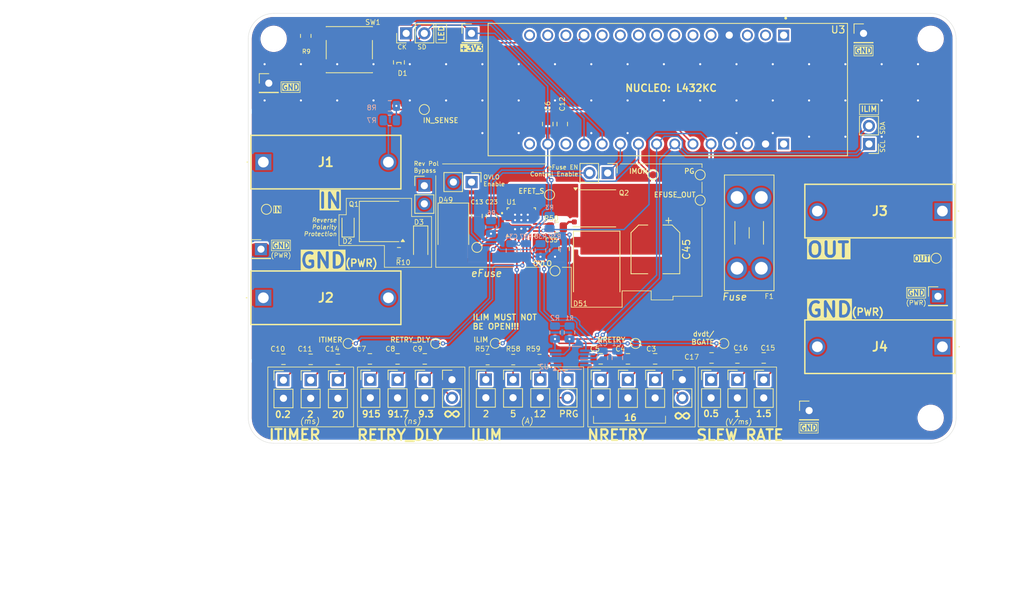
<source format=kicad_pcb>
(kicad_pcb (version 20240108) (generator "pcbnew") (generator_version "8.0")
  (layers (0 "F.Cu" signal) (31 "B.Cu" signal) (34 "B.Paste" user) (35 "F.Paste" user) (36 "B.SilkS" user "B.Silkscreen") (37 "F.SilkS" user "F.Silkscreen") (38 "B.Mask" user) (39 "F.Mask" user) (44 "Edge.Cuts" user))
  (net 0 "")
  (net 1 "GND")
  (net 2 "+3V3")
  (net 3 "Net-(JP4-A)")
  (net 4 "Net-(JP5-A)")
  (net 5 "Net-(JP6-A)")
  (net 6 "Net-(JP7-A)")
  (net 7 "Net-(JP8-A)")
  (net 8 "Net-(JP9-A)")
  (net 9 "Net-(JP11-A)")
  (net 10 "Net-(JP12-A)")
  (net 11 "/EFUSE_IN")
  (net 12 "Net-(JP13-A)")
  (net 13 "Net-(JP14-A)")
  (net 14 "Net-(JP15-A)")
  (net 15 "Net-(JP16-A)")
  (net 16 "/IMON")
  (net 17 "/EFUSE_OUT")
  (net 18 "GNDPWR")
  (net 21 "/LED_SD")
  (net 22 "/LED_CK")
  (net 23 "/IN")
  (net 24 "Net-(D3-A)")
  (net 25 "/OUT")
  (net 26 "/ILIM")
  (net 27 "/NRETRY")
  (net 28 "/RETRY_DLY")
  (net 29 "/ITIMER")
  (net 30 "/dVdt{slash}BGATE")
  (net 31 "Net-(JP19-A)")
  (net 32 "Net-(JP77-A)")
  (net 33 "Net-(JP79-A)")
  (net 34 "Net-(JP80-A)")
  (net 35 "Net-(JP81-A)")
  (net 36 "/EFET_S")
  (net 37 "Net-(Q2-G)")
  (net 38 "/ILIM_SDA")
  (net 39 "/ILIM_SCL")
  (net 40 "/PG")
  (net 41 "/IN_SENSE")
  (net 42 "/IND_BTN")
  (net 43 "/OVLO")
  (net 63 "/EN_PIN")
  (net 64 "Net-(JP1-A)")
  (footprint "Connector_PinHeader_2.54mm:PinHeader_1x02_P2.54mm_Vertical" (layer "F.Cu") (at 115.492 94.876)
    (property "Reference" "JP2" (hide yes))
    (property "Value" "Jumper_2_Small_Open")
  )
  (footprint "Connector_PinHeader_2.54mm:PinHeader_1x01_P2.54mm_Vertical" (layer "F.Cu") (at 176.96 73.54)
    (property "Reference" "TP5" (hide yes))
    (property "Value" "GND")
  )
  (footprint "Resistor_SMD:R_0805_2012Metric" (layer "F.Cu") (at 124.354 119.238)
    (property "Reference" "R57")
    (property "Value" "768")
  )
  (footprint "MountingHole:MountingHole_3.2mm_M3" (layer "F.Cu") (at 186.358 74.302)
    (property "Reference" "H2" (hide yes))
    (property "Value" "MountingHole")
  )
  (footprint "Connector_PinHeader_2.54mm:PinHeader_1x02_P2.54mm_Vertical" (layer "F.Cu") (at 127.91 122.032)
    (property "Reference" "JP80" (hide yes))
    (property "Value" "~5A")
  )
  (footprint "MountingHole:MountingHole_3.2mm_M3" (layer "F.Cu") (at 186.358 127.388)
    (property "Reference" "H3" (hide yes))
    (property "Value" "MountingHole")
  )
  (footprint "PowerDistributionUnitLib:TPS25983" (layer "F.Cu") (at 129.073 99.976)
    (property "Reference" "U1")
    (property "Value" "TPS25983" (hide yes))
  )
  (footprint "Capacitor_SMD:C_0805_2012Metric" (layer "F.Cu") (at 124.89 99.128 -90)
    (property "Reference" "C23")
    (property "Value" "0.01u")
  )
  (footprint "Capacitor_SMD:C_0805_2012Metric" (layer "F.Cu") (at 107.877 119.133 180)
    (property "Reference" "C7")
    (property "Value" "22n")
  )
  (footprint "Capacitor_SMD:C_0805_2012Metric" (layer "F.Cu") (at 103.397 119.187 180)
    (property "Reference" "C14")
    (property "Value" "47n")
  )
  (footprint "Capacitor_SMD:C_0805_2012Metric" (layer "F.Cu") (at 132.764 86.24 90)
    (property "Reference" "C6")
    (property "Value" "1u")
  )
  (footprint "Capacitor_SMD:C_0805_2012Metric" (layer "F.Cu") (at 115.558 119.133 180)
    (property "Reference" "C9" (hide yes))
    (property "Value" "220p")
  )
  (footprint "MountingHole:MountingHole_3.2mm_M3" (layer "F.Cu") (at 94.41 74.302)
    (property "Reference" "H1" (hide yes))
    (property "Value" "MountingHole")
  )
  (footprint "TestPoint:TestPoint_Pad_D1.0mm" (layer "F.Cu") (at 154.1 96.908)
    (property "Reference" "TP86" (hide yes))
    (property "Value" "EFUSE_OUT")
  )
  (footprint "TestPoint:TestPoint_Pad_D1.0mm" (layer "F.Cu") (at 133.78 106.814 180)
    (property "Reference" "TP80" (hide yes))
    (property "Value" "OVLO")
  )
  (footprint "Capacitor_SMD:C_0805_2012Metric" (layer "F.Cu") (at 95.777 119.187 180)
    (property "Reference" "C10")
    (property "Value" "0.47n")
  )
  (footprint "TestPoint:TestPoint_Pad_D1.0mm" (layer "F.Cu") (at 154.1 93.352)
    (property "Reference" "TP79" (hide yes))
    (property "Value" "PG")
  )
  (footprint "Connector_PinHeader_2.54mm:PinHeader_1x02_P2.54mm_Vertical" (layer "F.Cu") (at 143.984 122.059)
    (property "Reference" "JP5" (hide yes))
    (property "Value" "16 (91.7 ms)")
  )
  (footprint "Connector_PinHeader_2.54mm:PinHeader_1x02_P2.54mm_Vertical" (layer "F.Cu") (at 151.604 122.054)
    (property "Reference" "JP18" (hide yes))
    (property "Value" "Inf")
  )
  (footprint "Connector_PinHeader_2.54mm:PinHeader_1x01_P2.54mm_Vertical" (layer "F.Cu") (at 92.632 103.766)
    (property "Reference" "TP8" (hide yes))
    (property "Value" "GND")
  )
  (footprint "Connector_PinHeader_2.54mm:PinHeader_1x02_P2.54mm_Vertical" (layer "F.Cu") (at 124.1 122.032)
    (property "Reference" "JP79" (hide yes))
    (property "Value" "~2A")
  )
  (footprint "Resistor_SMD:R_0805_2012Metric" (layer "F.Cu") (at 127.9335 119.238)
    (property "Reference" "R58")
    (property "Value" "294")
  )
  (footprint "Connector_PinHeader_2.54mm:PinHeader_1x02_P2.54mm_Vertical" (layer "F.Cu") (at 112.952 73.54 90)
    (property "Reference" "TP10" (hide yes))
    (property "Value" "Conn_01x02")
  )
  (footprint "PowerDistributionUnitLib:973582100" (layer "F.Cu") (at 92.964 110.574)
    (property "Reference" "J2")
    (property "Value" "973582100" (hide yes))
  )
  (footprint "PowerDistributionUnitLib:MODULE_NUCLEO-L432KC" (layer "F.Cu") (at 149.569 81.414 -90)
    (property "Reference" "U3")
    (property "Value" "NUCLEO_L432KC")
  )
  (footprint "Resistor_SMD:R_0805_2012Metric" (layer "F.Cu") (at 131.6165 119.238)
    (property "Reference" "R59")
    (property "Value" "121")
  )
  (footprint "TestPoint:TestPoint_Pad_D1.0mm" (layer "F.Cu") (at 104.829 116.974)
    (property "Reference" "TP3" (hide yes))
    (property "Value" "ITIMER")
  )
  (footprint "NetTie:NetTie-2_SMD_Pad0.5mm" (layer "F.Cu") (at 121.588 105.29)
    (property "Reference" "NT2" (hide yes))
    (property "Value" "NetTie_2" (hide yes))
  )
  (footprint "Package_SO:PowerPAK_SO-8L_Single" (layer "F.Cu") (at 109.729 99.885 180)
    (property "Reference" "Q1")
    (property "Value" "SQJ141ELP")
  )
  (footprint "Resistor_SMD:R_0805_2012Metric" (layer "F.Cu") (at 111.936 104.274 180)
    (property "Reference" "R10")
    (property "Value" "100k")
  )
  (footprint "Connector_PinHeader_2.54mm:PinHeader_1x02_P2.54mm_Vertical" (layer "F.Cu") (at 95.777 122.113)
    (property "Reference" "JP11" (hide yes))
    (property "Value" "200 us")
  )
  (footprint "Capacitor_SMD:C_0805_2012Metric" (layer "F.Cu") (at 143.984 119.127 180)
    (property "Reference" "C4")
    (property "Value" "22n")
  )
  (footprint "Connector_PinHeader_2.54mm:PinHeader_1x02_P2.54mm_Vertical" (layer "F.Cu") (at 119.368 122.049)
    (property "Reference" "JP17" (hide yes))
    (property "Value" "Latching")
  )
  (footprint "PowerDistributionUnitLib:973582101" (layer "F.Cu") (at 187.996 98.432 180)
    (property "Reference" "J3")
    (property "Value" "973582101" (hide yes))
  )
  (footprint "TestPoint:TestPoint_Pad_D1.0mm" (layer "F.Cu") (at 145.061 116.974)
    (property "Reference" "TP2" (hide yes))
    (property "Value" "NRETRY")
  )
  (footprint "NetTie:NetTie-2_SMD_Pad0.5mm" (layer "F.Cu") (at 135.382 105.656 90)
    (property "Reference" "NT3" (hide yes))
    (property "Value" "NetTie_2" (hide yes))
  )
  (footprint "Diode_SMD:D_SOD-323" (layer "F.Cu") (at 104.824 100.464 90)
    (property "Reference" "D2")
    (property "Value" "SD12_SOD323")
  )
  (footprint "Connector_PinHeader_2.54mm:PinHeader_1x01_P2.54mm_Vertical" (layer "F.Cu") (at 122.096 73.54)
    (property "Reference" "TP4" (hide yes))
    (property "Value" "3.3V")
  )
  (footprint "Capacitor_SMD:C_0805_2012Metric" (layer "F.Cu") (at 162.99 119.006 180)
    (property "Reference" "C15")
    (property "Value" "3n")
  )
  (footprint "Diode_SMD:D_SOD-123" (layer "F.Cu") (at 114.984 102.876 -90)
    (property "Reference" "D3")
    (property "Value" "MMSZ4687")
  )
  (footprint "Connector_PinHeader_2.54mm:PinHeader_1x02_P2.54mm_Vertical" (layer "F.Cu") (at 111.748 122.054)
    (property "Reference" "JP8" (hide yes))
    (property "Value" "91.7 ms")
  )
  (footprint "Capacitor_SMD:C_0805_2012Metric" (layer "F.Cu") (at 159.307 119.006 180)
    (property "Reference" "C16")
    (property "Value" "4.7n")
  )
  (footprint "Fuse:Fuseholder_Blade_Mini_Keystone_3568" (layer "F.Cu") (at 159.258 106.44 90)
    (property "Reference" "F1")
    (property "Value" "3568")
  )
  (footprint "TestPoint:TestPoint_Pad_D1.0mm" (layer "F.Cu") (at 187.12 105.036)
    (property "Reference" "TP12" (hide yes))
    (property "Value" "VOUT")
  )
  (footprint "Capacitor_SMD:C_0805_2012Metric" (layer "F.Cu") (at 122.858 99.128 -90)
    (property "Reference" "C13")
    (property "Value" "1u")
  )
  (footprint "Connector_PinHeader_2.54mm:PinHeader_1x02_P2.54mm_Vertical" (layer "F.Cu") (at 103.397 122.113)
    (property "Reference" "JP13" (hide yes))
    (property "Value" "20 ms")
  )
  (footprint "TestPoint:TestPoint_Pad_D1.0mm" (layer "F.Cu") (at 125.431 116.952)
    (property "Reference" "TP87" (hide yes))
    (property "Value" "ILIM")
  )
  (footprint "Connector_PinHeader_2.54mm:PinHeader_1x02_P2.54mm_Vertical" (layer "F.Cu") (at 140.174 122.054)
    (property "Reference" "JP6" (hide yes))
    (property "Value" "16 (9.3 ms)")
  )
  (footprint "Connector_PinHeader_2.54mm:PinHeader_1x02_P2.54mm_Vertical" (layer "F.Cu") (at 177.722 89.039 180)
    (property "Reference" "TP11" (hide yes))
    (property "Value" "Conn_01x02")
  )
  (footprint "Diode_SMD:D_SMC" (layer "F.Cu") (at 139.6165 106.15 -90)
    (property "Reference" "D51")
    (property "Value" "B520C-13-F")
  )
  (footprint "TestPoint:TestPoint_Pad_D1.0mm" (layer "F.Cu") (at 147.496 93.352)
    (property "Reference" "TP78" (hide yes))
    (property "Value" "IMON")
  )
  (footprint "Connector_PinHeader_2.54mm:PinHeader_1x02_P2.54mm_Vertical" (layer "F.Cu") (at 107.938 122.049)
    (property "Reference" "JP7" (hide yes))
    (property "Value" "915 ms")
  )
  (footprint "Capacitor_SMD:C_0805_2012Metric" (layer "F.Cu") (at 147.794 119.127 180)
    (property "Reference" "C3")
    (property "Value" "220n")
  )
  (footprint "TestPoint:TestPoint_Pad_D1.0mm" (layer "F.Cu") (at 133.018 96.146)
    (property "Reference" "TP81" (hide yes))
    (property "Value" "EFET_S")
  )
  (footprint "Connector_PinHeader_2.54mm:PinHeader_1x02_P2.54mm_Vertical" (layer "F.Cu") (at 122.101 94.368 -90)
    (property "Reference" "JP77" (hide yes))
    (property "Value" "OVLO_ENABLE")
  )
  (footprint "Connector_PinHeader_2.54mm:PinHeader_1x01_P2.54mm_Vertical" (layer "F.Cu") (at 93.726 80.518)
    (property "Reference" "TP14" (hide yes))
    (property "Value" "GND")
  )
  (footprint "Button_Switch_SMD:SW_SPST_PTS645" (layer "F.Cu") (at 104.994 75.826)
    (property "Reference" "SW1")
    (property "Value" "SW_Push")
  )
  (footprint "Capacitor_SMD:C_0805_2012Metric" (layer "F.Cu") (at 134.796 86.24 90)
    (property "Reference" "C12")
    (property "Value" "1u")
  )
  (footprint "Capacitor_SMD:C_0805_2012Metric" (layer "F.Cu") (at 111.748 119.138 180)
    (property "Reference" "C8")
    (property "Value" "2.2n")
  )
  (footprint "Connector_PinHeader_2.54mm:PinHeader_1x02_P2.54mm_Vertical" (layer "F.Cu") (at 141.146 93.098 -90)
    (property "Reference" "JP19" (hide yes))
    (property "Value" "JP")
  )
  (footprint "Resistor_SMD:R_0805_2012Metric" (layer "F.Cu") (at 98.898 73.8975 -90)
    (property "Reference" "R9")
    (property "Value" "1k")
  )
  (footprint "Connector_PinHeader_2.54mm:PinHeader_1x02_P2.54mm_Vertical" (layer "F.Cu") (at 159.307 122.054)
    (property "Reference" "JP15" (hide yes))
    (property "Value" "1 V/ms")
  )
  (footprint "TestPoint:TestPoint_Pad_D1.0mm" (layer "F.Cu") (at 122.858 103.512)
    (property "Reference" "TP82" (hide yes))
    (property "Value" "EN")
  )
  (footprint "Connector_PinHeader_2.54mm:PinHeader_1x02_P2.54mm_Vertical" (layer "F.Cu") (at 99.587 122.113)
    (property "Reference" "JP12" (hide yes))
    (property "Value" "2 ms")
  )
  (footprint "TestPoint:TestPoint_Pad_D1.0mm" (layer "F.Cu") (at 117.082 116.974)
    (property "Reference" "TP77" (hide yes))
    (property "Value" "RETRY_DLY")
  )
  (footprint "Connector_PinHeader_2.54mm:PinHeader_1x01_P2.54mm_Vertical" (layer "F.Cu") (at 169.34 126.372)
    (property "Reference" "TP6" (hide yes))
    (property "Value" "GND")
  )
  (footprint "Capacitor_SMD:C_0805_2012Metric" (layer "F.Cu") (at 155.69 119.006 180)
    (property "Reference" "C17")
    (property "Value" "10n")
  )
  (footprint "Connector_PinHeader_2.54mm:PinHeader_1x02_P2.54mm_Vertical" (layer "F.Cu") (at 155.624 122.054)
    (property "Reference" "JP16" (hide yes))
    (property "Value" "0.5 V/ms")
  )
  (footprint "Capacitor_SMD:CP_Elec_6.3x9.9" (layer "F.Cu") (at 147.828 103.798 -90)
    (property "Reference" "C45")
    (property "Value" "100u")
  )
  (footprint "Connector_PinHeader_2.54mm:PinHeader_1x02_P2.54mm_Vertical" (layer "F.Cu") (at 131.72 122.032)
    (property "Reference" "JP81" (hide yes))
    (property "Value" "~12A")
  )
  (footprint "Connector_PinHeader_2.54mm:PinHeader_1x02_P2.54mm_Vertical" (layer "F.Cu") (at 115.558 122.049)
    (property "Reference" "JP9" (hide yes))
    (property "Value" "9.3 ms")
  )
  (footprint "Connector_PinHeader_2.54mm:PinHeader_1x02_P2.54mm_Vertical" (layer "F.Cu") (at 147.794 122.059)
    (property "Reference" "JP4" (hide yes))
    (property "Value" "16 (915 ms)")
  )
  (footprint "Capacitor_SMD:C_0805_2012Metric" (layer "F.Cu") (at 135.05 103.7 -90)
    (property "Reference" "C35")
    (property "Value" "1u")
  )
  (footprint "TestPoint:TestPoint_Pad_D1.0mm" (layer "F.Cu") (at 115.492 84.208)
    (property "Reference" "TP9" (hide yes))
    (property "Value" "IN_SENSE")
  )
  (footprint "Connector_PinHeader_2.54mm:PinHeader_1x01_P2.54mm_Vertical" (layer "F.Cu") (at 187.374 110.37)
    (property "Reference" "TP7" (hide yes))
    (property "Value" "GND")
  )
  (footprint "Connector_PinHeader_2.54mm:PinHeader_1x02_P2.54mm_Vertical" (layer "F.Cu") (at 162.99 122.054)
    (property "Reference" "JP14" (hide yes))
    (property "Value" "1.5 V/ms")
  )
  (footprint "Diode_SMD:D_SMB" (layer "F.Cu") (at 119.556 100.972 -90)
    (property "Reference" "D49")
    (property "Value" "SMBJ15D-M3/I")
  )
  (footprint "Connector_PinHeader_2.54mm:PinHeader_1x02_P2.54mm_Vertical" (layer "F.Cu") (at 135.53 122.032)
    (property "Reference" "JP1" (hide yes))
    (property "Value" "JP")
  )
  (footprint "TestPoint:TestPoint_Pad_D1.0mm" (layer "F.Cu") (at 93.394 98.178)
    (property "Reference" "TP76" (hide yes))
    (property "Value" "VIN")
  )
  (footprint "PowerDistributionUnitLib:587-1016-247F" (layer "F.Cu") (at 111.936 77.604)
    (property "Reference" "D1")
    (property "Value" "587-1016-247F")
  )
  (footprint "Capacitor_SMD:C_0805_2012Metric" (layer "F.Cu") (at 140.174 119.122 180)
    (property "Reference" "C5")
    (property "Value" "2.2n")
  )
  (footprint "NetTie:NetTie-2_SMD_Pad0.5mm" (layer "F.Cu") (at 119.302 119.252 -90)
    (property "Reference" "NT1" (hide yes))
    (property "Value" "NetTie_2" (hide yes))
  )
  (footprint "Resistor_SMD:R_0805_2012Metric" (layer "F.Cu") (at 134.034 100.718 180)
    (property "Reference" "R50")
    (property "Value" "1.13")
  )
  (footprint "PowerDistributionUnitLib:973582100" (layer "F.Cu") (at 187.996 117.432 180)
    (property "Reference" "J4")
    (property "Value" "973582100" (hide yes))
  )
  (footprint "Package_SON:VSONP-8-1EP_5x6_P1.27mm" (layer "F.Cu") (at 139.2865 98.051)
    (property "Reference" "Q2")
    (property "Value" "CSD18511Q5A")
  )
  (footprint "PowerDistributionUnitLib:973582101" (layer "F.Cu") (at 92.964 91.574)
    (property "Reference" "J1")
    (property "Value" "973582101" (hide yes))
  )
  (footprint "Capacitor_SMD:C_0805_2012Metric" (layer "F.Cu") (at 99.587 119.192 180)
    (property "Reference" "C11")
    (property "Value" "4.7n")
  )
  (footprint "TestPoint:TestPoint_Pad_D1.0mm" (layer "F.Cu") (at 157.402 116.974)
    (property "Reference" "TP1" (hide yes))
    (property "Value" "DVOUT")
  )
  (footprint "Resistor_SMD:R_0805_2012Metric" (layer "B.Cu") (at 124.82 100.6875 90)
    (property "Reference" "R6")
    (property "Value" "1k")
  )
  (footprint "Resistor_SMD:R_0805_2012Metric" (layer "B.Cu") (at 135.812 115.442 -90)
    (property "Reference" "R1")
    (property "Value" "10k")
  )
  (footprint "Resistor_SMD:R_0805_2012Metric" (layer "B.Cu") (at 133.78 115.442 -90)
    (property "Reference" "R2")
    (property "Value" "10k")
  )
  (footprint "Capacitor_SMD:C_0805_2012Metric" (layer "B.Cu") (at 142.509 118.982 -90)
    (property "Reference" "C1")
    (property "Value" "10u")
  )
  (footprint "Capacitor_SMD:C_0805_2012Metric" (layer "B.Cu") (at 140.419 118.982 -90)
    (property "Reference" "C2")
    (property "Value" "0.1u")
  )
  (footprint "Resistor_SMD:R_0805_2012Metric" (layer "B.Cu") (at 133.78 103.9165 -90)
    (property "Reference" "R39")
    (property "Value" "102k")
  )
  (footprint "Resistor_SMD:R_0805_2012Metric" (layer "B.Cu") (at 129.716 103.9165 -90)
    (property "Reference" "R37")
    (property "Value" "549")
  )
  (footprint "Resistor_SMD:R_0805_2012Metric" (layer "B.Cu") (at 131.748 103.9165 -90)
    (property "Reference" "R38")
    (property "Value" "972k")
  )
  (footprint "Resistor_SMD:R_0805_2012Metric" (layer "B.Cu") (at 110.666 85.732)
    (property "Reference" "R7")
    (property "Value" "13k")
  )
  (footprint "Resistor_SMD:R_0805_2012Metric" (layer "B.Cu") (at 133.018 99.956 -90)
    (property "Reference" "R3")
    (property "Value" "10k")
  )
  (footprint "Package_SO:MSOP-10_3x3mm_P0.5mm" (layer "B.Cu") (at 135.9855 118.998)
    (property "Reference" "U2")
    (property "Value" "AD5258")
  )
  (footprint "Capacitor_SMD:C_0805_2012Metric" (layer "B.Cu") (at 127.684 103.954 -90)
    (property "Reference" "C34")
    (property "Value" "1u")
  )
  (footprint "Resistor_SMD:R_0805_2012Metric" (layer "B.Cu") (at 110.666 83.7 180)
    (property "Reference" "R8")
    (property "Value" "2.49k")
  )
  (gr_line (start 116.508 106.306) (end 116.508 99.194) (stroke (width 0.1)) (layer "F.SilkS"))
  (gr_line (start 109.904 106.306) (end 116.508 106.306) (stroke (width 0.1)) (layer "F.SilkS"))
  (gr_rect (start 93.587 120.276) (end 105.595 128.653) (stroke (width 0.1)) (fill none) (layer "F.SilkS"))
  (gr_line (start 104.57 98.94) (end 103.554 98.94) (stroke (width 0.1)) (layer "F.SilkS"))
  (gr_line (start 136.066 111.894) (end 143.178 111.894) (stroke (width 0.1)) (layer "F.SilkS"))
  (gr_rect (start 153.824 120.276) (end 164.79 128.658) (stroke (width 0.1)) (fill none) (layer "F.SilkS"))
  (gr_rect (start 182.996 109.1346) (end 185.656 110.624) (stroke (width 0.1)) (fill none) (layer "F.SilkS"))
  (gr_line (start 154.354 95.892) (end 154.354 94.368) (stroke (width 0.1)) (layer "F.SilkS"))
  (gr_line (start 139.173813 127.156236) (end 139.173966 128.156961) (stroke (width 0.1)) (layer "F.SilkS"))
  (gr_line (start 129.716 106.306) (end 131.748 106.306) (stroke (width 0.1)) (layer "F.SilkS"))
  (gr_line (start 150.29 110.37) (end 154.354 110.37) (stroke (width 0.1)) (layer "F.SilkS"))
  (gr_line (start 113.714 96.654) (end 104.57 96.654) (stroke (width 0.1)) (layer "F.SilkS"))
  (gr_rect (start 138.374 120.276) (end 153.404 128.663) (stroke (width 0.1)) (fill none) (layer "F.SilkS"))
  (gr_line (start 143.178 111.894) (end 143.178 109.608) (stroke (width 0.1)) (layer "F.SilkS"))
  (gr_line (start 147.242 109.608) (end 147.242 110.878) (stroke (width 0.1)) (layer "F.SilkS"))
  (gr_line (start 103.554 103.258) (end 109.904 103.258) (stroke (width 0.1)) (layer "F.SilkS"))
  (gr_rect (start 176.392 83.451) (end 179.052 84.9404) (stroke (width 0.1)) (fill none) (layer "F.SilkS"))
  (gr_line (start 149.248808 128.143039) (end 149.248655 127.142314) (stroke (width 0.1)) (layer "F.SilkS"))
  (gr_rect (start 167.95 128.0333) (end 170.61 129.5227) (stroke (width 0.1)) (fill none) (layer "F.SilkS"))
  (gr_line (start 154.354 110.37) (end 154.354 97.924) (stroke (width 0.1)) (layer "F.SilkS"))
  (gr_line (start 104.57 96.654) (end 104.57 98.94) (stroke (width 0.1)) (layer "F.SilkS"))
  (gr_line (start 150.29 110.878) (end 150.29 110.37) (stroke (width 0.1)) (layer "F.SilkS"))
  (gr_line (start 116.508 99.194) (end 113.714 99.194) (stroke (width 0.1)) (layer "F.SilkS"))
  (gr_line (start 132.51 91.828) (end 118.032 91.828) (stroke (width 0.1)) (layer "F.SilkS"))
  (gr_rect (start 106.138 120.276) (end 121.168 128.653) (stroke (width 0.1)) (fill none) (layer "F.SilkS"))
  (gr_line (start 154.354 92.336) (end 154.354 91.828) (stroke (width 0.1)) (layer "F.SilkS"))
  (gr_line (start 103.554 98.94) (end 103.554 103.258) (stroke (width 0.1)) (layer "F.SilkS"))
  (gr_rect (start 94.096 102.496) (end 96.756 103.9854) (stroke (width 0.1)) (fill none) (layer "F.SilkS"))
  (gr_line (start 113.714 99.194) (end 113.714 96.654) (stroke (width 0.1)) (layer "F.SilkS"))
  (gr_rect (start 121.774 120.254) (end 137.79 128.658) (stroke (width 0.1)) (fill none) (layer "F.SilkS"))
  (gr_line (start 139.173966 128.156961) (end 149.248808 128.143039) (stroke (width 0.1)) (layer "F.SilkS"))
  (gr_line (start 143.178 109.608) (end 147.242 109.608) (stroke (width 0.1)) (layer "F.SilkS"))
  (gr_line (start 134.796 106.306) (end 136.066 106.306) (stroke (width 0.1)) (layer "F.SilkS"))
  (gr_line (start 154.354 91.828) (end 142.924 91.828) (stroke (width 0.1)) (layer "F.SilkS"))
  (gr_rect (start 175.63 75.2013) (end 178.29 76.6907) (stroke (width 0.1)) (fill none) (layer "F.SilkS"))
  (gr_line (start 109.904 103.258) (end 109.904 106.306) (stroke (width 0.1)) (layer "F.SilkS"))
  (gr_line (start 147.242 110.878) (end 150.29 110.878) (stroke (width 0.1)) (layer "F.SilkS"))
  (gr_line (start 117.094 106.306) (end 117.094 93.472) (stroke (width 0.1)) (layer "F.SilkS"))
  (gr_rect (start 95.444 80.324) (end 98.104 81.8134) (stroke (width 0.1)) (fill none) (layer "F.SilkS"))
  (gr_line (start 117.094 106.306) (end 127.938 106.306) (stroke (width 0.1)) (layer "F.SilkS"))
  (gr_line (start 136.066 106.306) (end 136.066 111.894) (stroke (width 0.1)) (layer "F.SilkS"))
  (gr_rect (start 117.1113 72.21) (end 118.6007 74.87) (stroke (width 0.1)) (fill none) (layer "F.SilkS"))
  (gr_line (start 186.358 130.944) (end 94.41 130.944) (stroke (width 0.05)) (layer "Edge.Cuts"))
  (gr_arc (start 90.854 74.302) (mid 91.895528 71.787528) (end 94.41 70.746) (stroke (width 0.05)) (layer "Edge.Cuts"))
  (gr_line (start 189.914 74.302) (end 189.914 127.388) (stroke (width 0.05)) (layer "Edge.Cuts"))
  (gr_arc (start 189.914 127.388) (mid 188.872472 129.902472) (end 186.358 130.944) (stroke (width 0.05)) (layer "Edge.Cuts"))
  (gr_line (start 94.41 70.746) (end 186.358 70.746) (stroke (width 0.05)) (layer "Edge.Cuts"))
  (gr_arc (start 186.358 70.746) (mid 188.872472 71.787528) (end 189.914 74.302) (stroke (width 0.05)) (layer "Edge.Cuts"))
  (gr_line (start 90.854 127.388) (end 90.854 74.302) (stroke (width 0.05)) (layer "Edge.Cuts"))
  (gr_arc (start 94.41 130.944) (mid 91.895528 129.902472) (end 90.854 127.388) (stroke (width 0.05)) (layer "Edge.Cuts"))
  (gr_text "+3V3" (at 122.096 76.08 0) (layer "F.SilkS" knockout) (effects (font (size 0.8 0.8) (thickness 0.1524) (bold yes)) (justify bottom)))
  (gr_text "GND" (at 168.832 113.418 0) (layer "F.SilkS" knockout) (effects (font (size 2.032 2.032) (thickness 0.4064) (bold yes)) (justify left bottom)))
  (gr_text "(A)" (at 128.927388 128.302098 0) (layer "F.SilkS") (effects (font (size 0.8 0.8) (thickness 0.1) (italic yes)) (justify left bottom)))
  (gr_text "C9" (at 114.542 117.736 0) (layer "F.SilkS") (effects (font (size 0.7 0.7) (thickness 0.1))))
  (gr_text "2" (at 123.592 127.366 0) (layer "F.SilkS") (effects (font (size 0.9 0.9) (thickness 0.15) (bold yes)) (justify left bottom)))
  (gr_text "0.5" (at 155.624 126.277 0) (layer "F.SilkS") (effects (font (size 0.9 0.9) (thickness 0.18) (bold yes)) (justify top)))
  (gr_text "2" (at 98.987 127.447 0) (layer "F.SilkS") (effects (font (size 0.9 0.9) (thickness 0.18) (bold yes)) (justify left bottom)))
  (gr_text "0.2" (at 94.507 127.447 0) (layer "F.SilkS") (effects (font (size 0.9 0.9) (thickness 0.18) (bold yes)) (justify left bottom)))
  (gr_text "(PWR)" (at 184.326 111.64 0) (layer "F.SilkS") (effects (font (size 0.635 0.635) (thickness 0.09525)) (justify bottom)))
  (gr_text "GND" (at 169.28 129.2433 0) (layer "F.SilkS" knockout) (effects (font (size 0.762 0.762) (thickness 0.1524) (bold yes)) (justify bottom)))
  (gr_text "(ms)" (at 98.009552 128.31555 0) (layer "F.SilkS") (effects (font (size 0.8 0.8) (thickness 0.1) (italic yes)) (justify left bottom)))
  (gr_text "(PWR)" (at 175.182 113.164 0) (layer "F.SilkS") (effects (font (size 1 1) (thickness 0.2) (bold yes)) (justify left bottom)))
  (gr_text "5" (at 127.402 127.366 0) (layer "F.SilkS") (effects (font (size 0.9 0.9) (thickness 0.15) (bold yes)) (justify left bottom)))
  (gr_text "OUT" (at 185.088 105.544 0) (layer "F.SilkS" knockout) (effects (font (size 0.762 0.762) (thickness 0.1524) (bold yes)) (justify bottom)))
  (gr_text "PRG" (at 134.26 127.366 0) (layer "F.SilkS") (effects (font (size 0.9 0.9) (thickness 0.15) (bold yes)) (justify left bottom)))
  (gr_text "12\n" (at 130.704 127.366 0) (layer "F.SilkS") (effects (font (size 0.9 0.9) (thickness 0.15) (bold yes)) (justify left bottom)))
  (gr_text "1.5" (at 162.99 126.277 0) (layer "F.SilkS") (effects (font (size 0.9 0.9) (thickness 0.18) (bold yes)) (justify top)))
  (gr_text "(PWR)" (at 95.426 105.0014 0) (layer "F.SilkS") (effects (font (size 0.635 0.635) (thickness 0.09525)) (justify bottom)))
  (gr_text "ILIM" (at 177.722 84.582 0) (layer "F.SilkS") (effects (font (size 0.762 0.762) (thickness 0.1524) (bold yes)) (justify bottom)))
  (gr_text "IN_SENSE" (at 117.778 85.732 0) (layer "F.SilkS") (effects (font (size 0.7 0.7) (thickness 0.127) (bold yes))))
  (gr_text "dvdt/\nBGATE" (at 156.132 116.212 0) (layer "F.SilkS") (effects (font (size 0.7 0.7) (thickness 0.127) (bold yes)) (justify right)))
  (gr_text "SD" (at 114.476 75.826 0) (layer "F.SilkS") (effects (font (size 0.635 0.635) (thickness 0.1)) (justify left bottom)))
  (gr_text "1" (at 159.307 126.277 0) (layer "F.SilkS") (effects (font (size 0.9 0.9) (thickness 0.18) (bold yes)) (justify top)))
  (gr_text "LED" (at 118.3213 73.54 90) (layer "F.SilkS") (effects (font (size 0.762 0.762) (thickness 0.1524) (bold yes)) (justify bottom)))
  (gr_text "∞" (at 151.604 126.88 0) (layer "F.SilkS") (effects (font (size 3 3) (thickness 0.25))))
  (gr_text "9.3" (at 114.542 127.383 0) (layer "F.SilkS") (effects (font (size 0.9 0.9) (thickness 0.18) (bold yes)) (justify left bottom)))
  (gr_text "RETRY_DLY" (at 105.906 130.69 0) (layer "F.SilkS") (effects (font (size 1.5 1.5) (thickness 0.3) (bold yes)) (justify left bottom)))
  (gr_text "NUCLEO: L432KC" (at 143.51 81.788 0) (layer "F.SilkS") (effects (font (size 1 1) (thickness 0.2) (bold yes)) (justify left bottom)))
  (gr_text "NRETRY" (at 141.654 116.466 0) (layer "F.SilkS") (effects (font (size 0.7 0.7) (thickness 0.127) (bold yes))))
  (gr_text "eFuse EN\nControl Enable" (at 137.082 93.606 0) (layer "F.SilkS") (effects (font (size 0.6 0.6) (thickness 0.1)) (justify right bottom)))
  (gr_text "915" (at 106.668 127.383 0) (layer "F.SilkS") (effects (font (size 0.9 0.9) (thickness 0.18) (bold yes)) (justify left bottom)))
  (gr_text "eFuse" (at 126.414 106.56 0) (layer "F.SilkS") (effects (font (size 1 1) (thickness 0.15) (italic yes)) (justify right top)))
  (gr_text "Rev Pol\nBypass" (at 113.968 93.098 0) (layer "F.SilkS") (effects (font (size 0.6 0.6) (thickness 0.1)) (justify left bottom)))
  (gr_text "IN" (at 100.506 98.178 0) (layer "F.SilkS" knockout) (effects (font (size 2.032 2.032) (thickness 0.4064) (bold yes)) (justify left bottom)))
  (gr_text "OUT" (at 168.832 105.036 0) (layer "F.SilkS" knockout) (effects (font (size 2.032 2.032) (thickness 0.4064) (bold yes)) (justify left bottom)))
  (gr_text "EFUSE_OUT" (at 150.544 96.146 0) (layer "F.SilkS") (effects (font (size 0.7 0.7) (thickness 0.127) (bold yes))))
  (gr_text "16" (at 143.364722 127.887158 0) (layer "F.SilkS") (effects (font (size 0.9 0.9) (thickness 0.18) (bold yes)) (justify left bottom)))
  (gr_text "Fuse" (at 160.704 109.862 0) (layer "F.SilkS") (effects (font (size 1 1) (thickness 0.15) (italic yes)) (justify right top)))
  (gr_text "GND" (at 96.774 81.534 0) (layer "F.SilkS" knockout) (effects (font (size 0.762 0.762) (thickness 0.1524) (bold yes)) (justify bottom)))
  (gr_text "∞" (at 119.368 126.621 0) (layer "F.SilkS") (effects (font (size 3 3) (thickness 0.25))))
  (gr_text "(PWR)" (at 104.316 106.306 0) (layer "F.SilkS") (effects (font (size 1 1) (thickness 0.2) (bold yes)) (justify left bottom)))
  (gr_text "GND" (at 184.326 110.3446 0) (layer "F.SilkS" knockout) (effects (font (size 0.762 0.762) (thickness 0.1524) (bold yes)) (justify bottom)))
  (gr_text "OVLO" (at 132.016959 105.765918 0) (layer "F.SilkS") (effects (font (size 0.7 0.7) (thickness 0.127) (bold yes))))
  (gr_text "IMON" (at 145.464 92.844 0) (layer "F.SilkS") (effects (font (size 0.7 0.7) (thickness 0.127) (bold yes))))
  (gr_text "RETRY_DLY" (at 113.526 116.466 0) (layer "F.SilkS") (effects (font (size 0.7 0.7) (thickness 0.127) (bold yes))))
  (gr_text "EFET_S" (at 130.478 95.638 0) (layer "F.SilkS") (effects (font (size 0.7 0.7) (thickness 0.127) (bold yes))))
  (gr_text "SCL" (at 180.008 90.304 90) (layer "F.SilkS") (effects (font (size 0.635 0.635) (thickness 0.1)) (justify left bottom)))
  (gr_text "SDA" (at 180.008 87.769 90) (layer "F.SilkS") (effects (font (size 0.635 0.635) (thickness 0.1)) (justify left bottom)))
  (gr_text "NRETRY" (at 138.142 130.69 0) (layer "F.SilkS") (effects (font (size 1.5 1.5) (thickness 0.3) (bold yes)) (justify left bottom)))
  (gr_text "ILIM" (at 121.814 130.668 0) (layer "F.SilkS") (effects (font (size 1.5 1.5) (thickness 0.3) (bold yes)) (justify left bottom)))
  (gr_text "ILIM" (at 123.399 116.444 0) (layer "F.SilkS") (effects (font (size 0.7 0.7) (thickness 0.127) (bold yes))))
  (gr_text "91.7" (at 110.224 127.383 0) (layer "F.SilkS") (effects (font (size 0.9 0.9) (thickness 0.18) (bold yes)) (justify left bottom)))
  (gr_text "20\n" (at 102.487 127.447 0) (layer "F.SilkS") (effects (font (size 0.9 0.9) (thickness 0.18) (bold yes)) (justify left bottom)))
  (gr_text "CK" (at 111.682 75.826 0) (layer "F.SilkS") (effects (font (size 0.635 0.635) (thickness 0.1)) (justify left bottom)))
  (gr_text "(V/ms)" (at 157.499535 128.341805 0) (layer "F.SilkS") (effects (font (size 0.7 0.7) (thickness 0.1) (italic yes)) (justify left bottom)))
  (gr_text "SLEW RATE" (at 153.404 130.69 0) (layer "F.SilkS") (effects (font (size 1.5 1.5) (thickness 0.3) (bold yes)) (justify left bottom)))
  (gr_text "GND" (at 97.966 106.56 0) (layer "F.SilkS" knockout) (effects (font (size 2.032 2.032) (thickness 0.4064) (bold yes)) (justify left bottom)))
  (gr_text "OVLO\nEnable" (at 123.698 94.996 0) (layer "F.SilkS") (effects (font (size 0.6 0.6) (thickness 0.1)) (justify left bottom)))
  (gr_text "ITIMER" (at 93.587 130.653 0) (layer "F.SilkS") (effects (font (size 1.5 1.5) (thickness 0.3) (bold yes)) (justify left bottom)))
  (gr_text "Reverse\nPolarity\nProtection" (at 103.3 101.988 0) (layer "F.SilkS") (effects (font (size 0.6 0.6) (thickness 0.1) (italic yes)) (justify right bottom)))
  (gr_text "(ns)" (at 112.511775 128.311011 0) (layer "F.SilkS") (effects (font (size 0.8 0.8) (thickness 0.1) (italic yes)) (justify left bottom)))
  (gr_text "ITIMER" (at 102.35 116.466 0) (layer "F.SilkS") (effects (font (size 0.7 0.7) (thickness 0.127) (bold yes))))
  (gr_text "PG" (at 152.576 92.844 0) (layer "F.SilkS") (effects (font (size 0.7 0.7) (thickness 0.127) (bold yes))))
  (gr_text "GND" (at 176.96 76.4113 0) (layer "F.SilkS" knockout) (effects (font (size 0.762 0.762) (thickness 0.1524) (bold yes)) (justify bottom)))
  (gr_text "ILIM MUST NOT\nBE OPEN!!!" (at 122.174 115.062 0) (layer "F.SilkS") (effects (font (size 0.8 0.8) (thickness 0.15) (bold yes)) (justify left bottom)))
  (gr_text "GND" (at 95.426 103.706 0) (layer "F.SilkS" knockout) (effects (font (size 0.762 0.762) (thickness 0.1524) (bold yes)) (justify bottom)))
  (gr_text "IN" (at 94.918 98.686 0) (layer "F.SilkS" knockout) (effects (font (size 0.762 0.762) (thickness 0.1524) (bold yes)) (justify bottom)))
  (segment (start 129.248 100.726) (end 130.986 100.726) (width 0.2) (layer "F.Cu") (net 1))
  (segment (start 112.236001 78.854) (end 112.922596 78.854) (width 0.2) (layer "F.Cu") (net 1))
  (segment (start 112.922596 78.854) (end 113.46 78.316596) (width 0.2) (layer "F.Cu") (net 1))
  (segment (start 111.936 78.154) (end 111.936 78.553999) (width 0.2) (layer "F.Cu") (net 1))
  (segment (start 129.073 100.901) (end 129.248 100.726) (width 0.2) (layer "F.Cu") (net 1))
  (segment (start 134.796 85.29) (end 132.764 85.29) (width 0.5) (layer "F.Cu") (net 1))
  (segment (start 111.936 78.553999) (end 112.236001 78.854) (width 0.2) (layer "F.Cu") (net 1))
  (segment (start 113.46 78.316596) (end 113.46 77.858) (width 0.2) (layer "F.Cu") (net 1))
  (via (at 98.22 82.938) (size 0.6) (drill 0.3) (layers "F.Cu" "B.Cu") (net 1))
  (via (at 149.02 82.938) (size 0.6) (drill 0.3) (layers "F.Cu" "B.Cu") (net 1))
  (via (at 184.58 77.858) (size 0.6) (drill 0.3) (layers "F.Cu" "B.Cu") (net 1))
  (via (at 143.94 87.51) (size 0.6) (drill 0.3) (layers "F.Cu" "B.Cu") (net 1))
  (via (at 159.18 77.858) (size 0.6) (drill 0.3) (layers "F.Cu" "B.Cu") (net 1))
  (via (at 174.42 82.938) (size 0.6) (drill 0.3) (layers "F.Cu" "B.Cu") (net 1))
  (via (at 118.54 77.858) (size 0.6) (drill 0.3) (layers "F.Cu" "B.Cu") (net 1))
  (via (at 129.073 100.901) (size 0.5) (drill 0.3) (layers "F.Cu" "B.Cu") (net 1))
  (via (at 184.58 82.938) (size 0.6) (drill 0.3) (layers "F.Cu" "B.Cu") (net 1))
  (via (at 128.7 82.938) (size 0.6) (drill 0.3) (layers "F.Cu" "B.Cu") (net 1))
  (via (at 138.86 82.938) (size 0.6) (drill 0.3) (layers "F.Cu" "B.Cu") (net 1))
  (via (at 133.78 77.858) (size 0.6) (drill 0.3) (layers "F.Cu" "B.Cu") (net 1))
  (via (at 133.78 82.938) (size 0.6) (drill 0.3) (layers "F.Cu" "B.Cu") (net 1))
  (via (at 138.86 77.858) (size 0.6) (drill 0.3) (layers "F.Cu" "B.Cu") (net 1))
  (via (at 103.3 82.938) (size 0.6) (drill 0.3) (layers "F.Cu" "B.Cu") (net 1))
  (via (at 118.54 82.938) (size 0.6) (drill 0.3) (layers "F.Cu" "B.Cu") (net 1))
  (via (at 128.192 100.972) (size 0.5) (drill 0.3) (layers "F.Cu" "B.Cu") (net 1))
  (via (at 113.46 82.938) (size 0.6) (drill 0.3) (layers "F.Cu" "B.Cu") (net 1))
  (via (at 138.86 87.51) (size 0.6) (drill 0.3) (layers "F.Cu" "B.Cu") (net 1))
  (via (at 154.1 82.938) (size 0.6) (drill 0.3) (layers "F.Cu" "B.Cu") (net 1))
  (via (at 123.62 87.51) (size 0.6) (drill 0.3) (layers "F.Cu" "B.Cu") (net 1))
  (via (at 179.5 82.938) (size 0.6) (drill 0.3) (layers "F.Cu" "B.Cu") (net 1))
  (via (at 159.18 82.938) (size 0.6) (drill 0.3) (layers "F.Cu" "B.Cu") (net 1))
  (via (at 98.22 77.858) (size 0.6) (drill 0.3) (layers "F.Cu" "B.Cu") (net 1))
  (via (at 143.94 82.938) (size 0.6) (drill 0.3) (layers "F.Cu" "B.Cu") (net 1))
  (via (at 93.14 82.938) (size 0.6) (drill 0.3) (layers "F.Cu" "B.Cu") (net 1))
  (via (at 123.62 77.858) (size 0.6) (drill 0.3) (layers "F.Cu" "B.Cu") (net 1))
  (via (at 174.42 77.858) (size 0.6) (drill 0.3) (layers "F.Cu" "B.Cu") (net 1))
  (via (at 184.58 88.018) (size 0.6) (drill 0.3) (layers "F.Cu" "B.Cu") (net 1))
  (via (at 128.7 87.51) (size 0.6) (drill 0.3) (layers "F.Cu" "B.Cu") (net 1))
  (via (at 164.26 77.858) (size 0.6) (drill 0.3) (layers "F.Cu" "B.Cu") (net 1))
  (via (at 123.62 82.938) (size 0.6) (drill 0.3) (layers "F.Cu" "B.Cu") (net 1))
  (via (at 159.18 87.51) (size 0.6) (drill 0.3) (layers "F.Cu" "B.Cu") (net 1))
  (via (at 164.26 87.51) (size 0.6) (drill 0.3) (layers "F.Cu" "B.Cu") (net 1))
  (via (at 149.02 77.858) (size 0.6) (drill 0.3) (layers "F.Cu" "B.Cu") (net 1))
  (via (at 179.5 88.018) (size 0.6) (drill 0.3) (layers "F.Cu" "B.Cu") (net 1))
  (via (at 128.7 77.858) (size 0.6) (drill 0.3) (layers "F.Cu" "B.Cu") (net 1))
  (via (at 129.940498 100.919805) (size 0.5) (drill 0.3) (layers "F.Cu" "B.Cu") (net 1))
  (via (at 113.46 77.858) (size 0.6) (drill 0.3) (layers "F.Cu" "B.Cu") (net 1))
  (via (at 103.3 77.858) (size 0.6) (drill 0.3) (layers "F.Cu" "B.Cu") (net 1))
  (via (at 108.38 82.938) (size 0.6) (drill 0.3) (layers "F.Cu" "B.Cu") (net 1))
  (via (at 133.78 104.829) (size 0.6) (drill 0.3) (layers "F.Cu" "B.Cu") (net 1))
  (via (at 169.34 77.858) (size 0.6) (drill 0.3) (layers "F.Cu" "B.Cu") (net 1))
  (via (at 108.38 77.858) (size 0.6) (drill 0.3) (layers "F.Cu" "B.Cu") (net 1))
  (via (at 143.94 77.858) (size 0.6) (drill 0.3) (layers "F.Cu" "B.Cu") (net 1))
  (via (at 179.5 77.858) (size 0.6) (drill 0.3) (layers "F.Cu" "B.Cu") (net 1))
  (via (at 164.26 82.938) (size 0.6) (drill 0.3) (layers "F.Cu" "B.Cu") (net 1))
  (via (at 174.42 88.018) (size 0.6) (drill 0.3) (layers "F.Cu" "B.Cu") (net 1))
  (via (at 154.1 77.858) (size 0.6) (drill 0.3) (layers "F.Cu" "B.Cu") (net 1))
  (via (at 169.34 82.938) (size 0.6) (drill 0.3) (layers "F.Cu" "B.Cu") (net 1))
  (via (at 93.14 77.858) (size 0.6) (drill 0.3) (layers "F.Cu" "B.Cu") (net 1))
  (via (at 169.34 88.018) (size 0.6) (drill 0.3) (layers "F.Cu" "B.Cu") (net 1))
  (segment (start 138.098 119.498) (end 139.985 119.498) (width 0.2) (layer "B.Cu") (net 1))
  (segment (start 139.985 119.498) (end 140.419 119.932) (width 0.2) (layer "B.Cu") (net 1))
  (segment (start 136.844 119.498) (end 136.828 119.514) (width 0.2) (layer "B.Cu") (net 1))
  (segment (start 138.098 119.498) (end 136.844 119.498) (width 0.2) (layer "B.Cu") (net 1))
  (segment (start 132.764 89.034) (end 132.764 87.19) (width 0.5) (layer "F.Cu") (net 2))
  (segment (start 111.682 74.934596) (end 111.682 72.3735) (width 0.2) (layer "F.Cu") (net 2))
  (segment (start 120.9295 72.3735) (end 122.096 73.54) (width 0.2) (layer "F.Cu") (net 2))
  (segment (start 133.272 94.098) (end 132.764 93.59) (width 0.2) (layer "F.Cu") (net 2))
  (segment (start 132.764 87.19) (end 134.796 87.19) (width 0.5) (layer "F.Cu") (net 2))
  (segment (start 111.936 75.188596) (end 111.682 74.934596) (width 0.2) (layer "F.Cu") (net 2))
  (segment (start 132.764 93.59) (end 132.764 89.034) (width 0.2) (layer "F.Cu") (net 2))
  (segment (start 99.5095 72.3735) (end 111.682 72.3735) (width 0.2) (layer "F.Cu") (net 2))
  (segment (start 111.682 72.3735) (end 120.9295 72.3735) (width 0.2) (layer "F.Cu") (net 2))
  (segment (start 98.898 72.985) (end 99.5095 72.3735) (width 0.2) (layer "F.Cu") (net 2))
  (segment (start 111.936 76.929) (end 111.936 75.188596) (width 0.2) (layer "F.Cu") (net 2))
  (via (at 133.272 94.098) (size 0.6) (drill 0.3) (layers "F.Cu" "B.Cu") (net 2))
  (segment (start 135.812 114.5295) (end 133.78 114.5295) (width 0.2) (layer "B.Cu") (net 2))
  (segment (start 131.656 106.311471) (end 130.748 105.403471) (width 0.2) (layer "B.Cu") (net 2))
  (segment (start 138.098 117.998) (end 140.385 117.998) (width 0.2) (layer "B.Cu") (net 2))
  (segment (start 130.748 105.403471) (end 130.748 104.331756) (width 0.2) (layer "B.Cu") (net 2))
  (segment (start 124.82 94.184) (end 126.306 92.698) (width 0.2) (layer "B.Cu") (net 2))
  (segment (start 138.098 117.998) (end 138.098 116.8155) (width 0.2) (layer "B.Cu") (net 2))
  (segment (start 132.764 92.082) (end 132.764 89.034) (width 0.2) (layer "B.Cu") (net 2))
  (segment (start 132.748 103.501244) (end 132.748 102.226) (width 0.2) (layer "B.Cu") (net 2))
  (segment (start 131.656 112.4055) (end 131.656 106.311471) (width 0.2) (layer "B.Cu") (net 2))
  (segment (start 132.764 89.034) (end 132.764 80.948) (width 0.2) (layer "B.Cu") (net 2))
  (segment (start 132.040893 101.973) (end 131.572 101.504107) (width 0.2) (layer "B.Cu") (net 2))
  (segment (start 125.356 73.54) (end 122.096 73.54) (width 0.2) (layer "B.Cu") (net 2))
  (segment (start 132.748 102.226) (end 132.495 101.973) (width 0.2) (layer "B.Cu") (net 2))
  (segment (start 124.82 99.775) (end 124.82 94.184) (width 0.2) (layer "B.Cu") (net 2))
  (segment (start 139.453 118.998) (end 140.419 118.032) (width 0.2) (layer "B.Cu") (net 2))
  (segment (start 132.495 101.973) (end 132.040893 101.973) (width 0.2) (layer "B.Cu") (net 2))
  (segment (start 131.263256 103.8165) (end 132.432744 103.8165) (width 0.2) (layer "B.Cu") (net 2))
  (segment (start 131.572 101.504107) (end 131.572 100.64) (width 0.2) (layer "B.Cu") (net 2))
  (segment (start 133.78 114.5295) (end 131.656 112.4055) (width 0.2) (layer "B.Cu") (net 2))
  (segment (start 132.148 92.698) (end 132.764 92.082) (width 0.2) (layer "B.Cu") (net 2))
  (segment (start 138.098 118.998) (end 139.453 118.998) (width 0.2) (layer "B.Cu") (net 2))
  (segment (start 132.432744 103.8165) (end 132.748 103.501244) (width 0.2) (layer "B.Cu") (net 2))
  (segment (start 131.572 100.64) (end 133.018 99.194) (width 0.2) (layer "B.Cu") (net 2))
  (segment (start 130.748 104.331756) (end 131.263256 103.8165) (width 0.2) (layer "B.Cu") (net 2))
  (segment (start 140.419 118.032) (end 142.509 118.032) (width 0.2) (layer "B.Cu") (net 2))
  (segment (start 133.018 99.0435) (end 133.272 98.7895) (width 0.2) (layer "B.Cu") (net 2))
  (segment (start 138.098 116.8155) (end 135.812 114.5295) (width 0.2) (layer "B.Cu") (net 2))
  (segment (start 132.764 80.948) (end 125.356 73.54) (width 0.2) (layer "B.Cu") (net 2))
  (segment (start 141.0215 117.715) (end 141.018 117.7115) (width 0.2) (layer "B.Cu") (net 2))
  (segment (start 126.306 92.698) (end 132.148 92.698) (width 0.2) (layer "B.Cu") (net 2))
  (segment (start 133.272 98.7895) (end 133.272 94.098) (width 0.2) (layer "B.Cu") (net 2))
  (segment (start 133.018 99.194) (end 133.018 99.0435) (width 0.2) (layer "B.Cu") (net 2))
  (segment (start 148.744 119.127) (end 148.744 121.109) (width 0.2) (layer "F.Cu") (net 3))
  (segment (start 148.744 121.109) (end 147.794 122.059) (width 0.2) (layer "F.Cu") (net 3))
  (segment (start 144.934 121.109) (end 143.984 122.059) (width 0.2) (layer "F.Cu") (net 4))
  (segment (start 144.934 119.127) (end 144.934 121.109) (width 0.2) (layer "F.Cu") (net 4))
  (segment (start 141.124 119.122) (end 141.124 121.104) (width 0.2) (layer "F.Cu") (net 5))
  (segment (start 141.124 121.104) (end 140.174 122.054) (width 0.2) (layer "F.Cu") (net 5))
  (segment (start 108.827 119.133) (end 108.827 121.16) (width 0.2) (layer "F.Cu") (net 6))
  (segment (start 108.827 121.16) (end 107.938 122.049) (width 0.2) (layer "F.Cu") (net 6))
  (segment (start 112.698 121.104) (end 111.748 122.054) (width 0.2) (layer "F.Cu") (net 7))
  (segment (start 112.698 119.138) (end 112.698 121.104) (width 0.2) (layer "F.Cu") (net 7))
  (segment (start 116.508 119.133) (end 116.508 121.099) (width 0.2) (layer "F.Cu") (net 8))
  (segment (start 116.508 121.099) (end 115.558 122.049) (width 0.2) (layer "F.Cu") (net 8))
  (segment (start 96.727 121.163) (end 95.777 122.113) (width 0.2) (layer "F.Cu") (net 9))
  (segment (start 96.727 119.187) (end 96.727 121.163) (width 0.2) (layer "F.Cu") (net 9))
  (segment (start 100.537 121.163) (end 99.587 122.113) (width 0.2) (layer "F.Cu") (net 10))
  (segment (start 100.537 119.192) (end 100.537 121.163) (width 0.2) (layer "F.Cu") (net 10))
  (segment (start 129.448 99.726) (end 129.073 99.351) (width 0.2) (layer "F.Cu") (net 11))
  (segment (start 130.986 99.726) (end 129.448 99.726) (width 0.2) (layer "F.Cu") (net 11))
  (via (at 129.97 99.702) (size 0.5) (drill 0.3) (layers "F.Cu" "B.Cu") (net 11))
  (via (at 129.97 98.94) (size 0.5) (drill 0.3) (layers "F.Cu" "B.Cu") (net 11))
  (via (at 129.06698 98.947335) (size 0.5) (drill 0.3) (layers "F.Cu" "B.Cu") (net 11))
  (via (at 128.192 99.702) (size 0.5) (drill 0.3) (layers "F.Cu" "B.Cu") (net 11))
  (via (at 129.062387 99.709815) (size 0.5) (drill 0.3) (layers "F.Cu" "B.Cu") (net 11))
  (via (at 128.192 98.94) (size 0.5) (drill 0.3) (layers "F.Cu" "B.Cu") (net 11))
  (segment (start 104.347 121.163) (end 103.397 122.113) (width 0.2) (layer "F.Cu") (net 12))
  (segment (start 104.347 119.187) (end 104.347 121.163) (width 0.2) (layer "F.Cu") (net 12))
  (segment (start 163.94 121.104) (end 162.99 122.054) (width 0.2) (layer "F.Cu") (net 13))
  (segment (start 163.94 119.006) (end 163.94 121.104) (width 0.2) (layer "F.Cu") (net 13))
  (segment (start 160.257 121.104) (end 159.307 122.054) (width 0.2) (layer "F.Cu") (net 14))
  (segment (start 160.257 119.006) (end 160.257 121.104) (width 0.2) (layer "F.Cu") (net 14))
  (segment (start 156.64 119.006) (end 156.64 121.038) (width 0.2) (layer "F.Cu") (net 15))
  (segment (start 156.64 121.038) (end 155.624 122.054) (width 0.2) (layer "F.Cu") (net 15))
  (segment (start 128.7 103.004) (end 128.7 102.5195) (width 0.2) (layer "F.Cu") (net 16))
  (segment (start 128.7 102.5195) (end 128.823 102.3965) (width 0.2) (layer "F.Cu") (net 16))
  (segment (start 147.242 93.352) (end 145.464 91.574) (width 0.2) (layer "F.Cu") (net 16))
  (segment (start 128.823 102.3965) (end 128.823 101.889) (width 0.2) (layer "F.Cu") (net 16))
  (segment (start 145.464 91.574) (end 145.464 89.034) (width 0.2) (layer "F.Cu") (net 16))
  (segment (start 147.496 93.352) (end 147.242 93.352) (width 0.2) (layer "F.Cu") (net 16))
  (via (at 128.7 103.004) (size 0.6) (drill 0.3) (layers "F.Cu" "B.Cu") (net 16))
  (segment (start 132.018 98.546256) (end 132.333256 98.231) (width 0.2) (layer "B.Cu") (net 16))
  (segment (start 129.716 103.004) (end 127.684 103.004) (width 0.2) (layer "B.Cu") (net 16))
  (segment (start 132.872 98.07) (end 132.872 94.546529) (width 0.2) (layer "B.Cu") (net 16))
  (segment (start 129.716 103.004) (end 129.716 101.930314) (width 0.2) (layer "B.Cu") (net 16))
  (segment (start 132.333256 98.231) (end 132.711 98.231) (width 0.2) (layer "B.Cu") (net 16))
  (segment (start 132.018 99.628314) (end 132.018 98.546256) (width 0.2) (layer "B.Cu") (net 16))
  (segment (start 132.711 98.231) (end 132.872 98.07) (width 0.2) (layer "B.Cu") (net 16))
  (segment (start 137.379654 93.498) (end 138.129654 94.248) (width 0.2) (layer "B.Cu") (net 16))
  (segment (start 145.464 91.08) (end 145.464 89.034) (width 0.2) (layer "B.Cu") (net 16))
  (segment (start 132.672 93.849471) (end 133.023471 93.498) (width 0.2) (layer "B.Cu") (net 16))
  (segment (start 142.296 94.248) (end 145.464 91.08) (width 0.2) (layer "B.Cu") (net 16))
  (segment (start 129.716 101.930314) (end 132.018 99.628314) (width 0.2) (layer "B.Cu") (net 16))
  (segment (start 132.872 94.546529) (end 132.672 94.346529) (width 0.2) (layer "B.Cu") (net 16))
  (segment (start 132.672 94.346529) (end 132.672 93.849471) (width 0.2) (layer "B.Cu") (net 16))
  (segment (start 133.023471 93.498) (end 137.379654 93.498) (width 0.2) (layer "B.Cu") (net 16))
  (segment (start 138.129654 94.248) (end 142.296 94.248) (width 0.2) (layer "B.Cu") (net 16))
  (segment (start 104.824 101.514) (end 104.824 103.766) (width 0.4) (layer "F.Cu") (net 18))
  (segment (start 113.136 77.290596) (end 113.136 76.889686) (width 0.2) (layer "F.Cu") (net 21))
  (segment (start 113.947 76.078686) (end 113.947 75.085) (width 0.2) (layer "F.Cu") (net 21))
  (segment (start 113.136 76.889686) (end 113.947 76.078686) (width 0.2) (layer "F.Cu") (net 21))
  (segment (start 112.611 77.815596) (end 113.136 77.290596) (width 0.2) (layer "F.Cu") (net 21))
  (segment (start 112.611 78.279) (end 112.611 77.815596) (width 0.2) (layer "F.Cu") (net 21))
  (segment (start 113.947 75.085) (end 115.492 73.54) (width 0.2) (layer "F.Cu") (net 21))
  (segment (start 115.492 73.54) (end 116.642 72.39) (width 0.2) (layer "B.Cu") (net 21))
  (segment (start 137.844 85.462314) (end 137.844 89.034) (width 0.2) (layer "B.Cu") (net 21))
  (segment (start 124.771686 72.39) (end 137.844 85.462314) (width 0.2) (layer "B.Cu") (net 21))
  (segment (start 116.642 72.39) (end 124.771686 72.39) (width 0.2) (layer "B.Cu") (net 21))
  (segment (start 112.611 76.929) (end 112.611 76.849) (width 0.2) (layer "F.Cu") (net 22))
  (segment (start 113.547 74.135) (end 112.952 73.54) (width 0.2) (layer "F.Cu") (net 22))
  (segment (start 112.611 76.849) (end 113.547 75.913) (width 0.2) (layer "F.Cu") (net 22))
  (segment (start 113.547 75.913) (end 113.547 74.135) (width 0.2) (layer "F.Cu") (net 22))
  (segment (start 124.937372 71.99) (end 140.384 87.436628) (width 0.2) (layer "B.Cu") (net 22))
  (segment (start 140.384 87.436628) (end 140.384 89.034) (width 0.2) (layer "B.Cu") (net 22))
  (segment (start 112.952 73.54) (end 114.502 71.99) (width 0.2) (layer "B.Cu") (net 22))
  (segment (start 114.502 71.99) (end 124.937372 71.99) (width 0.2) (layer "B.Cu") (net 22))
  (segment (start 109.7535 85.732) (end 110.464 86.4425) (width 0.2) (layer "B.Cu") (net 23))
  (segment (start 110.464 86.4425) (end 110.464 91.128) (width 0.2) (layer "B.Cu") (net 23))
  (segment (start 110.464 91.128) (end 110.018 91.574) (width 0.2) (layer "B.Cu") (net 23))
  (segment (start 111.428 98.432) (end 111.428 102.8535) (width 0.3) (layer "F.Cu") (net 24))
  (segment (start 112.444 97.98) (end 111.88 97.98) (width 0.3) (layer "F.Cu") (net 24))
  (segment (start 113.1025 104.528) (end 114.982 104.528) (width 0.5) (layer "F.Cu") (net 24))
  (segment (start 114.982 104.528) (end 114.984 104.526) (width 0.5) (layer "F.Cu") (net 24))
  (segment (start 111.88 97.98) (end 111.428 98.432) (width 0.3) (layer "F.Cu") (net 24))
  (segment (start 112.8485 104.274) (end 113.1025 104.528) (width 0.5) (layer "F.Cu") (net 24))
  (segment (start 111.428 102.8535) (end 112.8485 104.274) (width 0.3) (layer "F.Cu") (net 24))
  (segment (start 126.2665 118.238) (end 127.846 118.238) (width 0.2) (layer "F.Cu") (net 26))
  (segment (start 125.431 116.952) (end 125.431 119.0735) (width 0.2) (layer "F.Cu") (net 26))
  (segment (start 125.431 119.0735) (end 125.2665 119.238) (width 0.2) (layer "F.Cu") (net 26))
  (segment (start 133.272 123.578) (end 134.266 124.572) (width 0.2) (layer "F.Cu") (net 26))
  (segment (start 131.529 118.238) (end 132.529 119.238) (width 0.2) (layer "F.Cu") (net 26))
  (segment (start 128.435444 106.652) (end 128.446 106.641444) (width 0.2) (layer "F.Cu") (net 26))
  (segment (start 132.529 119.238) (end 133.272 119.981) (width 0.2) (layer "F.Cu") (net 26))
  (segment (start 128.243 102.4765) (end 128.243 101.969) (width 0.2) (layer "F.Cu") (net 26))
  (segment (start 133.272 119.981) (end 133.272 123.578) (width 0.2) (layer "F.Cu") (net 26))
  (segment (start 128.243 101.969) (end 128.323 101.889) (width 0.2) (layer "F.Cu") (net 26))
  (segment (start 128.446 106.641444) (end 128.446 103.598529) (width 0.2) (layer "F.Cu") (net 26))
  (segment (start 128.1 103.252529) (end 128.1 102.6195) (width 0.2) (layer "F.Cu") (net 26))
  (segment (start 128.846 119.097) (end 128.846 119.238) (width 0.2) (layer "F.Cu") (net 26))
  (segment (start 128.846 119.238) (end 129.846 118.238) (width 0.2) (layer "F.Cu") (net 26))
  (segment (start 134.266 124.572) (end 135.53 124.572) (width 0.2) (layer "F.Cu") (net 26))
  (segment (start 125.2665 119.238) (end 126.2665 118.238) (width 0.2) (layer "F.Cu") (net 26))
  (segment (start 128.1 102.6195) (end 128.243 102.4765) (width 0.2) (layer "F.Cu") (net 26))
  (segment (start 126.447 116.952) (end 125.431 116.952) (width 0.2) (layer "F.Cu") (net 26))
  (segment (start 127.846 118.238) (end 128.846 119.238) (width 0.2) (layer "F.Cu") (net 26))
  (segment (start 128.446 103.598529) (end 128.1 103.252529) (width 0.2) (layer "F.Cu") (net 26))
  (segment (start 129.846 118.238) (end 131.529 118.238) (width 0.2) (layer "F.Cu") (net 26))
  (via (at 126.447 116.952) (size 0.6) (drill 0.3) (layers "F.Cu" "B.Cu") (net 26))
  (via (at 128.435444 106.652) (size 0.6) (drill 0.3) (layers "F.Cu" "B.Cu") (net 26))
  (segment (start 128.435444 106.652) (end 128.446 106.662556) (width 0.2) (layer "B.Cu") (net 26))
  (segment (start 128.446 106.662556) (end 128.446 114.953) (width 0.2) (layer "B.Cu") (net 26))
  (segment (start 128.446 114.953) (end 126.447 116.952) (width 0.2) (layer "B.Cu") (net 26))
  (segment (start 149.86 118.618) (end 149.344 118.102) (width 0.2) (layer "F.Cu") (net 27))
  (segment (start 143.940001 116.974) (end 145.061 116.974) (width 0.2) (layer "F.Cu") (net 27))
  (segment (start 145.061 117.1) (end 145.061 116.974) (width 0.2) (layer "F.Cu") (net 27))
  (segment (start 151.604 124.594) (end 149.86 122.85) (width 0.2) (layer "F.Cu") (net 27))
  (segment (start 147.869 118.102) (end 146.844 119.127) (width 0.2) (layer "F.Cu") (net 27))
  (segment (start 132.256 106.094) (end 131.591 105.429) (width 0.2) (layer "F.Cu") (net 27))
  (segment (start 142.004 118.097) (end 143.034 119.127) (width 0.2) (layer "F.Cu") (net 27))
  (segment (start 131.591 105.429) (end 131.025314 105.429) (width 0.2) (layer "F.Cu") (net 27))
  (segment (start 140.249 118.097) (end 142.004 118.097) (width 0.2) (layer "F.Cu") (net 27))
  (segment (start 143.034 119.127) (end 145.061 117.1) (width 0.2) (layer "F.Cu") (net 27))
  (segment (start 149.344 118.102) (end 147.869 118.102) (width 0.2) (layer "F.Cu") (net 27))
  (segment (start 129.823 104.226686) (end 129.823 101.889) (width 0.2) (layer "F.Cu") (net 27))
  (segment (start 132.256 106.56) (end 132.256 106.094) (width 0.2) (layer "F.Cu") (net 27))
  (segment (start 149.86 122.85) (end 149.86 118.618) (width 0.2) (layer "F.Cu") (net 27))
  (segment (start 131.025314 105.429) (end 129.823 104.226686) (width 0.2) (layer "F.Cu") (net 27))
  (segment (start 146.844 118.757) (end 146.844 119.127) (width 0.2) (layer "F.Cu") (net 27))
  (segment (start 139.224 119.122) (end 140.249 118.097) (width 0.2) (layer "F.Cu") (net 27))
  (segment (start 145.061 116.974) (end 146.844 118.757) (width 0.2) (layer "F.Cu") (net 27))
  (via (at 143.940001 116.974) (size 0.6) (drill 0.3) (layers "F.Cu" "B.Cu") (net 27))
  (via (at 132.256 106.56) (size 0.6) (drill 0.3) (layers "F.Cu" "B.Cu") (net 27))
  (segment (start 139.114 116.974) (end 143.940001 116.974) (width 0.2) (layer "B.Cu") (net 27))
  (segment (start 132.256 106.56) (end 132.256 112.402) (width 0.2) (layer "B.Cu") (net 27))
  (segment (start 136.828 114.688) (end 139.114 116.974) (width 0.2) (layer "B.Cu") (net 27))
  (segment (start 136.496744 113.717) (end 136.828 114.048256) (width 0.2) (layer "B.Cu") (net 27))
  (segment (start 136.828 114.048256) (end 136.828 114.688) (width 0.2) (layer "B.Cu") (net 27))
  (segment (start 133.571 113.717) (end 136.496744 113.717) (width 0.2) (layer "B.Cu") (net 27))
  (segment (start 132.256 112.402) (end 133.571 113.717) (width 0.2) (layer "B.Cu") (net 27))
  (segment (start 129.208 106.052) (end 129.323 105.937) (width 0.2) (layer "F.Cu") (net 28))
  (segment (start 114.608 119.133) (end 116.767 116.974) (width 0.2) (layer "F.Cu") (net 28))
  (segment (start 109.768 118.108) (end 110.798 119.138) (width 0.2) (layer "F.Cu") (net 28))
  (segment (start 107.952 118.108) (end 109.768 118.108) (width 0.2) (layer "F.Cu") (net 28))
  (segment (start 129.323 105.937) (end 129.323 101.889) (width 0.2) (layer "F.Cu") (net 28))
  (segment (start 113.588 118.113) (end 114.608 119.133) (width 0.2) (layer "F.Cu") (net 28))
  (segment (start 117.778 122.999) (end 117.778 117.67) (width 0.2) (layer "F.Cu") (net 28))
  (segment (start 119.368 124.589) (end 117.778 122.999) (width 0.2) (layer "F.Cu") (net 28))
  (segment (start 111.823 118.113) (end 113.588 118.113) (width 0.2) (layer "F.Cu") (net 28))
  (segment (start 110.798 119.138) (end 111.823 118.113) (width 0.2) (layer "F.Cu") (net 28))
  (segment (start 117.336 116.974) (end 117.082 116.72) (width 0.2) (layer "F.Cu") (net 28))
  (segment (start 118.098 116.974) (end 117.336 116.974) (width 0.2) (layer "F.Cu") (net 28))
  (segment (start 117.778 117.67) (end 117.082 116.974) (width 0.2) (layer "F.Cu") (net 28))
  (segment (start 116.767 116.974) (end 117.082 116.974) (width 0.2) (layer "F.Cu") (net 28))
  (segment (start 106.927 119.133) (end 107.952 118.108) (width 0.2) (layer "F.Cu") (net 28))
  (via (at 118.098 116.974) (size 0.6) (drill 0.3) (layers "F.Cu" "B.Cu") (net 28))
  (via (at 129.208 106.052) (size 0.6) (drill 0.3) (layers "F.Cu" "B.Cu") (net 28))
  (segment (start 125.036 106.414) (end 125.036 110.798) (width 0.2) (layer "B.Cu") (net 28))
  (segment (start 125.398 106.052) (end 125.036 106.414) (width 0.2) (layer "B.Cu") (net 28))
  (segment (start 129.208 106.052) (end 125.398 106.052) (width 0.2) (layer "B.Cu") (net 28))
  (segment (start 118.098 116.974) (end 118.86 116.974) (width 0.2) (layer "B.Cu") (net 28))
  (segment (start 125.036 110.798) (end 118.86 116.974) (width 0.2) (layer "B.Cu") (net 28))
  (segment (start 104.575 116.974) (end 102.447 119.102) (width 0.2) (layer "F.Cu") (net 29))
  (segment (start 127.021 101.889) (end 127.823 101.889) (width 0.2) (layer "F.Cu") (net 29))
  (segment (start 125.144 103.766) (end 127.021 101.889) (width 0.2) (layer "F.Cu") (net 29))
  (segment (start 99.662 118.167) (end 98.637 119.192) (width 0.2) (layer "F.Cu") (net 29))
  (segment (start 98.637 119.192) (end 97.607 118.162) (width 0.2) (layer "F.Cu") (net 29))
  (segment (start 101.427 118.167) (end 99.662 118.167) (width 0.2) (layer "F.Cu") (net 29))
  (segment (start 102.447 119.102) (end 102.447 119.187) (width 0.2) (layer "F.Cu") (net 29))
  (segment (start 102.447 119.187) (end 101.427 118.167) (width 0.2) (layer "F.Cu") (net 29))
  (segment (start 95.852 118.162) (end 94.827 119.187) (width 0.2) (layer "F.Cu") (net 29))
  (segment (start 97.607 118.162) (end 95.852 118.162) (width 0.2) (layer "F.Cu") (net 29))
  (segment (start 105.906 116.974) (end 104.575 116.974) (width 0.2) (layer "F.Cu") (net 29))
  (via (at 125.144 103.766) (size 0.6) (drill 0.3) (layers "F.Cu" "B.Cu") (net 29))
  (via (at 105.906 116.974) (size 0.6) (drill 0.3) (layers "F.Cu" "B.Cu") (net 29))
  (segment (start 125.144 103.766) (end 124.636 104.274) (width 0.2) (layer "B.Cu") (net 29))
  (segment (start 124.636 110.632314) (end 119.056314 116.212) (width 0.2) (layer "B.Cu") (net 29))
  (segment (start 124.636 104.274) (end 124.636 110.632314) (width 0.2) (layer "B.Cu") (net 29))
  (segment (start 106.668 116.212) (end 105.906 116.974) (width 0.2) (layer "B.Cu") (net 29))
  (segment (start 119.056314 116.212) (end 106.668 116.212) (width 0.2) (layer "B.Cu") (net 29))
  (segment (start 161.015 117.981) (end 159.382 117.981) (width 0.2) (layer "F.Cu") (net 30))
  (segment (start 157.402 118.051) (end 158.357 119.006) (width 0.2) (layer "F.Cu") (net 30))
  (segment (start 162.04 119.006) (end 161.015 117.981) (width 0.2) (layer "F.Cu") (net 30))
  (segment (start 157.402 116.974) (end 156.386 116.974) (width 0.2) (layer "F.Cu") (net 30))
  (segment (start 157.402 116.974) (end 157.402 118.051) (width 0.2) (layer "F.Cu") (net 30))
  (segment (start 154.74 119.006) (end 156.386 117.36) (width 0.2) (layer "F.Cu") (net 30))
  (segment (start 132.6295 100.226) (end 130.986 100.226) (width 0.2) (layer "F.Cu") (net 30))
  (segment (start 133.1215 100.718) (end 132.6295 100.226) (width 0.2) (layer "F.Cu") (net 30))
  (segment (start 159.382 117.981) (end 158.357 119.006) (width 0.2) (layer "F.Cu") (net 30))
  (segment (start 156.386 117.36) (end 156.386 116.974) (width 0.2) (layer "F.Cu") (net 30))
  (segment (start 135.812 101.734) (end 134.1375 101.734) (width 0.2) (layer "F.Cu") (net 30))
  (segment (start 134.1375 101.734) (end 133.1215 100.718) (width 0.2) (layer "F.Cu") (net 30))
  (via (at 156.386 116.974) (size 0.6) (drill 0.3) (layers "F.Cu" "B.Cu") (net 30))
  (via (at 135.812 101.734) (size 0.6) (drill 0.3) (layers "F.Cu" "B.Cu") (net 30))
  (segment (start 136.219 113.317) (end 136.66243 113.317) (width 0.2) (layer "B.Cu") (net 30))
  (segment (start 137.228 113.88257) (end 137.228 114.326) (width 0.2) (layer "B.Cu") (net 30))
  (segment (start 144.78853 116.974) (end 156.386 116.974) (width 0.2) (layer "B.Cu") (net 30))
  (segment (start 144.18853 116.374) (end 144.78853 116.974) (width 0.2) (layer "B.Cu") (net 30))
  (segment (start 135.812 112.91) (end 136.219 113.317) (width 0.2) (layer "B.Cu") (net 30))
  (segment (start 137.228 114.326) (end 139.276 116.374) (width 0.2) (layer "B.Cu") (net 30))
  (segment (start 136.66243 113.317) (end 137.228 113.88257) (width 0.2) (layer "B.Cu") (net 30))
  (segment (start 135.812 101.734) (end 135.812 112.91) (width 0.2) (layer "B.Cu") (net 30))
  (segment (start 139.276 116.374) (end 144.18853 116.374) (width 0.2) (layer "B.Cu") (net 30))
  (segment (start 142.924 91.32) (end 142.924 89.034) (width 0.2) (layer "B.Cu") (net 31))
  (segment (start 141.146 93.098) (end 142.924 91.32) (width 0.2) (layer "B.Cu") (net 31))
  (segment (start 131.24 103.004) (end 131.748 103.004) (width 0.2) (layer "B.Cu") (net 32))
  (segment (start 125.398 103.004) (end 126.2105 103.8165) (width 0.2) (layer "B.Cu") (net 32))
  (segment (start 122.101 101.485) (end 123.62 103.004) (width 0.2) (layer "B.Cu") (net 32))
  (segment (start 126.2105 103.8165) (end 130.4275 103.8165) (width 0.2) (layer "B.Cu") (net 32))
  (segment (start 130.4275 103.8165) (end 131.24 103.004) (width 0.2) (layer "B.Cu") (net 32))
  (segment (start 122.101 94.368) (end 122.101 101.485) (width 0.2) (layer "B.Cu") (net 32))
  (segment (start 123.62 103.004) (end 125.398 103.004) (width 0.2) (layer "B.Cu") (net 32))
  (segment (start 124.1 122.032) (end 124.1 119.8965) (width 0.2) (layer "F.Cu") (net 33))
  (segment (start 124.1 119.8965) (end 123.4415 119.238) (width 0.2) (layer "F.Cu") (net 33))
  (segment (start 127.91 122.032) (end 127.91 120.127) (width 0.2) (layer "F.Cu") (net 34))
  (segment (start 127.91 120.127) (end 127.021 119.238) (width 0.2) (layer "F.Cu") (net 34))
  (segment (start 131.72 122.032) (end 131.72 120.254) (width 0.2) (layer "F.Cu") (net 35))
  (segment (start 131.72 120.254) (end 130.704 119.238) (width 0.2) (layer "F.Cu") (net 35))
  (segment (start 136.4865 99.956) (end 135.7085 99.956) (width 0.3) (layer "F.Cu") (net 37))
  (segment (start 135.7085 99.956) (end 134.9465 100.718) (width 0.3) (layer "F.Cu") (net 37))
  (segment (start 139.084765 116.3545) (end 135.812 116.3545) (width 0.2) (layer "F.Cu") (net 38))
  (segment (start 135.812 116.3545) (end 135.9925 116.174) (width 0.2) (layer "F.Cu") (net 38))
  (segment (start 139.665265 115.774) (end 139.084765 116.3545) (width 0.2) (layer "F.Cu") (net 38))
  (via (at 135.812 116.3545) (size 0.6) (drill 0.3) (layers "F.Cu" "B.Cu") (net 38))
  (via (at 139.665265 115.774) (size 0.6) (drill 0.3) (layers "F.Cu" "B.Cu") (net 38))
  (segment (start 176.572 89.623314) (end 176.572 87.649) (width 0.2) (layer "B.Cu") (net 38))
  (segment (start 175.920157 90.275157) (end 176.572 89.623314) (width 0.2) (layer "B.Cu") (net 38))
  (segment (start 151.609 88.592862) (end 151.609 89.533314) (width 0.2) (layer "B.Cu") (net 38))
  (segment (start 135.041 118.498) (end 135.812 117.727) (width 0.2) (layer "B.Cu") (net 38))
  (segment (start 152.350843 90.275157) (end 175.920157 90.275157) (width 0.2) (layer "B.Cu") (net 38))
  (segment (start 149.069 87.969) (end 150.985138 87.969) (width 0.2) (layer "B.Cu") (net 38))
  (segment (start 139.665265 115.774) (end 139.665265 115.725474) (width 0.2) (layer "B.Cu") (net 38))
  (segment (start 151.609 89.533314) (end 152.350843 90.275157) (width 0.2) (layer "B.Cu") (net 38))
  (segment (start 135.812 117.727) (end 135.812 116.3545) (width 0.2) (layer "B.Cu") (net 38))
  (segment (start 176.572 87.649) (end 177.722 86.499) (width 0.2) (layer "B.Cu") (net 38))
  (segment (start 148.004 89.034) (end 149.069 87.969) (width 0.2) (layer "B.Cu") (net 38))
  (segment (start 148.004 107.386739) (end 148.004 89.034) (width 0.2) (layer "B.Cu") (net 38))
  (segment (start 150.985138 87.969) (end 151.609 88.592862) (width 0.2) (layer "B.Cu") (net 38))
  (segment (start 133.873 118.498) (end 135.041 118.498) (width 0.2) (layer "B.Cu") (net 38))
  (segment (start 139.665265 115.725474) (end 148.004 107.386739) (width 0.2) (layer "B.Cu") (net 38))
  (segment (start 133.78 116.3545) (end 134.38 116.9545) (width 0.2) (layer "F.Cu") (net 39))
  (segment (start 134.38 116.9545) (end 139.333294 116.9545) (width 0.2) (layer "F.Cu") (net 39))
  (segment (start 139.333294 116.9545) (end 140.465268 115.822526) (width 0.2) (layer "F.Cu") (net 39))
  (segment (start 140.465268 115.822526) (end 140.465268 115.774) (width 0.2) (layer "F.Cu") (net 39))
  (via (at 133.78 116.3545) (size 0.6) (drill 0.3) (layers "F.Cu" "B.Cu") (net 39))
  (via (at 140.465268 115.774) (size 0.6) (drill 0.3) (layers "F.Cu" "B.Cu") (net 39))
  (segment (start 133.873 117.998) (end 133.78 117.905) (width 0.2) (layer "B.Cu") (net 39))
  (segment (start 140.465268 115.774) (end 148.404 107.835268) (width 0.2) (layer "B.Cu") (net 39))
  (segment (start 133.78 117.905) (end 133.78 116.3545) (width 0.2) (layer "B.Cu") (net 39))
  (segment (start 176.085843 90.675157) (end 177.722 89.039) (width 0.2) (layer "B.Cu") (net 39))
  (segment (start 152.185157 90.675157) (end 176.085843 90.675157) (width 0.2) (layer "B.Cu") (net 39))
  (segment (start 150.544 89.034) (end 152.185157 90.675157) (width 0.2) (layer "B.Cu") (net 39))
  (segment (start 148.404 107.835268) (end 148.404 91.174) (width 0.2) (layer "B.Cu") (net 39))
  (segment (start 148.404 91.174) (end 150.544 89.034) (width 0.2) (layer "B.Cu") (net 39))
  (segment (start 132.072 101.226) (end 130.986 101.226) (width 0.2) (layer "F.Cu") (net 40))
  (segment (start 155.624 91.828) (end 155.624 89.034) (width 0.2) (layer "F.Cu") (net 40))
  (segment (start 154.1 93.352) (end 155.624 91.828) (width 0.2) (layer "F.Cu") (net 40))
  (segment (start 132.143 101.155) (end 132.072 101.226) (width 0.2) (layer "F.Cu") (net 40))
  (via (at 132.143 101.155) (size 0.5) (drill 0.3) (layers "F.Cu" "B.Cu") (net 40))
  (segment (start 146.939 97.512) (end 146.939 88.592862) (width 0.2) (layer "B.Cu") (net 40))
  (segment (start 146.939 88.592862) (end 147.962862 87.569) (width 0.2) (layer "B.Cu") (net 40))
  (segment (start 132.143 101.155) (end 132.4295 100.8685) (width 0.2) (layer "B.Cu") (net 40))
  (segment (start 143.432 101.019) (end 146.939 97.512) (width 0.2) (layer "B.Cu") (net 40))
  (segment (start 154.159 87.569) (end 155.624 89.034) (width 0.2) (layer "B.Cu") (net 40))
  (segment (start 132.4295 100.8685) (end 133.018 100.8685) (width 0.2) (layer "B.Cu") (net 40))
  (segment (start 133.1685 101.019) (end 143.432 101.019) (width 0.2) (layer "B.Cu") (net 40))
  (segment (start 133.018 100.8685) (end 133.1685 101.019) (width 0.2) (layer "B.Cu") (net 40))
  (segment (start 147.962862 87.569) (end 154.159 87.569) (width 0.2) (layer "B.Cu") (net 40))
  (segment (start 148.258 84.208) (end 153.084 89.034) (width 0.2) (layer "F.Cu") (net 41))
  (segment (start 111.5785 83.7) (end 112.0865 84.208) (width 0.2) (layer "F.Cu") (net 41))
  (segment (start 112.0865 84.208) (end 148.258 84.208) (width 0.2) (layer "F.Cu") (net 41))
  (via (at 111.5785 83.7) (size 0.6) (drill 0.3) (layers "F.Cu" "B.Cu") (net 41))
  (segment (start 111.5785 85.732) (end 111.5785 83.7) (width 0.2) (layer "B.Cu") (net 41))
  (segment (start 110.736 78.640596) (end 110.949404 78.854) (width 0.2) (layer "F.Cu") (net 42))
  (segment (start 113.088281 79.254) (end 117.483281 74.859) (width 0.2) (layer "F.Cu") (net 42))
  (segment (start 108.974 73.576) (end 110.744 75.346) (width 0.2) (layer "F.Cu") (net 42))
  (segment (start 111.572596 78.854) (end 111.972596 79.254) (width 0.2) (layer "F.Cu") (net 42))
  (segment (start 117.483281 74.859) (end 136.779 74.859) (width 0.2) (layer "F.Cu") (net 42))
  (segment (start 98.898 74.81) (end 100.35 73.358) (width 0.2) (layer "F.Cu") (net 42))
  (segment (start 110.949404 78.854) (end 111.572596 78.854) (width 0.2) (layer "F.Cu") (net 42))
  (segment (start 136.779 74.859) (end 137.844 73.794) (width 0.2) (layer "F.Cu") (net 42))
  (segment (start 110.744 75.346) (end 110.736 75.354) (width 0.2) (layer "F.Cu") (net 42))
  (segment (start 110.736 75.354) (end 110.736 78.640596) (width 0.2) (layer "F.Cu") (net 42))
  (segment (start 111.972596 79.254) (end 113.088281 79.254) (width 0.2) (layer "F.Cu") (net 42))
  (segment (start 100.35 73.358) (end 109.566 73.358) (width 0.2) (layer "F.Cu") (net 42))
  (segment (start 131.748 104.829) (end 130.991 104.829) (width 0.2) (layer "F.Cu") (net 43))
  (segment (start 130.323 104.161) (end 130.323 101.889) (width 0.2) (layer "F.Cu") (net 43))
  (segment (start 133.78 106.814) (end 133.738 106.814) (width 0.2) (layer "F.Cu") (net 43))
  (segment (start 131.753 104.829) (end 131.748 104.829) (width 0.2) (layer "F.Cu") (net 43))
  (segment (start 130.991 104.829) (end 130.323 104.161) (width 0.2) (layer "F.Cu") (net 43))
  (segment (start 133.738 106.814) (end 131.753 104.829) (width 0.2) (layer "F.Cu") (net 43))
  (via (at 131.748 104.829) (size 0.6) (drill 0.3) (layers "F.Cu" "B.Cu") (net 43))
  (segment (start 131.748 104.829) (end 132.05664 104.829) (width 0.3) (layer "B.Cu") (net 43))
  (segment (start 132.05664 104.829) (end 133.78 103.10564) (width 0.3) (layer "B.Cu") (net 43))
  (segment (start 133.78 103.10564) (end 133.78 103.004) (width 0.3) (layer "B.Cu") (net 43))
  (segment (start 125.194 101.226) (end 127.16 101.226) (width 0.2) (layer "F.Cu") (net 63))
  (segment (start 124.82 101.6) (end 124.77 101.6) (width 0.2) (layer "F.Cu") (net 63))
  (segment (start 124.82 101.6) (end 125.194 101.226) (width 0.2) (layer "F.Cu") (net 63))
  (segment (start 124.77 101.6) (end 122.858 103.512) (width 0.2) (layer "F.Cu") (net 63))
  (via (at 124.82 101.6) (size 0.6) (drill 0.3) (layers "F.Cu" "B.Cu") (net 63))
  (segment (start 125.22 98.677756) (end 125.906 99.363756) (width 0.2) (layer "B.Cu") (net 63))
  (segment (start 125.906 99.363756) (end 125.906 100.514) (width 0.2) (layer "B.Cu") (net 63))
  (segment (start 125.906 100.514) (end 124.82 101.6) (width 0.2) (layer "B.Cu") (net 63))
  (segment (start 125.22 94.349686) (end 125.22 98.677756) (width 0.2) (layer "B.Cu") (net 63))
  (segment (start 126.471686 93.098) (end 125.22 94.349686) (width 0.2) (layer "B.Cu") (net 63))
  (segment (start 138.606 93.098) (end 126.471686 93.098) (width 0.2) (layer "B.Cu") (net 63))
  (segment (start 133.873 119.998) (end 135.53 121.655) (width 0.2) (layer "B.Cu") (net 64))
  (segment (start 135.53 121.655) (end 135.53 122.032) (width 0.2) (layer "B.Cu") (net 64))
  (zone (net 11) (net_name "/EFUSE_IN") (layer "F.Cu") (priority 1) (connect_pads yes (clearance 0.3)) (min_thickness 0.25) (fill yes (thermal_gap 0.5) (thermal_bridge_width 0.5))
    (polygon (pts (xy 111.428 96.4) (xy 111.428 102.75) (xy 117.27 102.75) (xy 117.27 100.718) (xy 121.588 100.718) (xy 121.588 99.194) (xy 126.16 99.194) (xy 126.16 99.956) (xy 132.51 99.956) (xy 132.51 96.4) (xy 117.016 96.4) (xy 117.016 96.146) (xy 113.968 96.146) (xy 113.968 96.4)))
  )
  (zone (net 1) (net_name "GND") (layer "F.Cu") (connect_pads yes (clearance 0.3)) (min_thickness 0.25) (fill yes (thermal_gap 0.5) (thermal_bridge_width 0.5))
    (polygon (pts (xy 90.854 130.935) (xy 189.914 130.935) (xy 189.914 119.26) (xy 90.854 119.26)))
  )
  (zone (net 18) (net_name "GNDPWR") (layer "F.Cu") (connect_pads yes (clearance 0.3)) (min_thickness 0.25) (fill yes (thermal_gap 0.5) (thermal_bridge_width 0.5))
    (polygon (pts (xy 91.108 100.362) (xy 90.854 119.26) (xy 189.914 119.26) (xy 190.168 100.362)))
  )
  (zone (net 1) (net_name "GND") (layer "F.Cu") (connect_pads yes (clearance 0.3)) (min_thickness 0.25) (fill yes (thermal_gap 0.5) (thermal_bridge_width 0.5))
    (polygon (pts (xy 90.854 70.746) (xy 90.854 84.716) (xy 120.851 84.776) (xy 120.851 96.4) (xy 127.43 96.4) (xy 127.416 94.876) (xy 189.914 94.622) (xy 189.914 70.746)))
  )
  (zone (net 25) (net_name "/OUT") (layer "F.Cu") (priority 5) (connect_pads yes (clearance 0.3)) (min_thickness 0.25) (fill yes (thermal_gap 0.5) (thermal_bridge_width 0.5))
    (polygon (pts (xy 156.64 93.098) (xy 189.914 93.098) (xy 189.914 106.56) (xy 165.53 106.56) (xy 165.53 100.21) (xy 156.64 100.21)))
  )
  (zone (net 17) (net_name "/EFUSE_OUT") (layer "F.Cu") (priority 3) (connect_pads yes (clearance 0.3)) (min_thickness 0.25) (fill yes (thermal_gap 0.5) (thermal_bridge_width 0.5))
    (polygon (pts (xy 137.336 94.622) (xy 137.336 102.054) (xy 134.288 102.054) (xy 134.288 103.512) (xy 137.336 103.512) (xy 137.336 104.528) (xy 143.178 104.528) (xy 144.448 104.528) (xy 152.068 104.528) (xy 156.132 108.846) (xy 165.53 108.846) (xy 165.53 94.622)))
  )
  (zone (net 23) (net_name "/IN") (layer "F.Cu") (connect_pads yes (clearance 0.5)) (min_thickness 0.25) (fill yes (thermal_gap 0.5) (thermal_bridge_width 0.5))
    (polygon (pts (xy 90.854 84.716) (xy 120.851 84.776) (xy 120.851 96.4) (xy 113.968 96.4) (xy 113.968 102.793692) (xy 90.854 102.75)))
  )
  (zone (net 36) (net_name "/EFET_S") (layer "F.Cu") (priority 2) (connect_pads yes (clearance 0.3)) (min_thickness 0.25) (fill yes (thermal_gap 0.5) (thermal_bridge_width 0.5))
    (polygon (pts (xy 127.43 99.448) (xy 137.336 99.448) (xy 137.336 94.622) (xy 127.43 94.622)))
  )
  (zone (net 1) (net_name "GND") (layers "F&B.Cu") (priority 4) (connect_pads yes (clearance 0.25)) (min_thickness 0.25) (fill yes (thermal_gap 0.5) (thermal_bridge_width 0.5))
    (polygon (pts (xy 121.588 99.194) (xy 136.066 99.448) (xy 136.03 105.544) (xy 121.588 105.544)))
  )
  (zone (net 1) (net_name "GND") (layer "B.Cu") (connect_pads yes (clearance 0.25)) (min_thickness 0.25) (fill yes (thermal_gap 0.5) (thermal_bridge_width 0.5))
    (polygon (pts (xy 90.8595 70.746) (xy 189.9195 70.746) (xy 189.914 130.935) (xy 90.854 130.935)))
  )
  (zone (net 11) (net_name "/EFUSE_IN") (layer "B.Cu") (priority 6) (connect_pads yes (clearance 0.3)) (min_thickness 0.25) (fill yes (thermal_gap 0.5) (thermal_bridge_width 0.5))
    (polygon (pts (xy 124.622 99.702) (xy 124.622 94.622) (xy 133.272 94.622) (xy 133.272 100.19) (xy 127.684 100.19) (xy 127.684 99.702)))
  )
)
</source>
